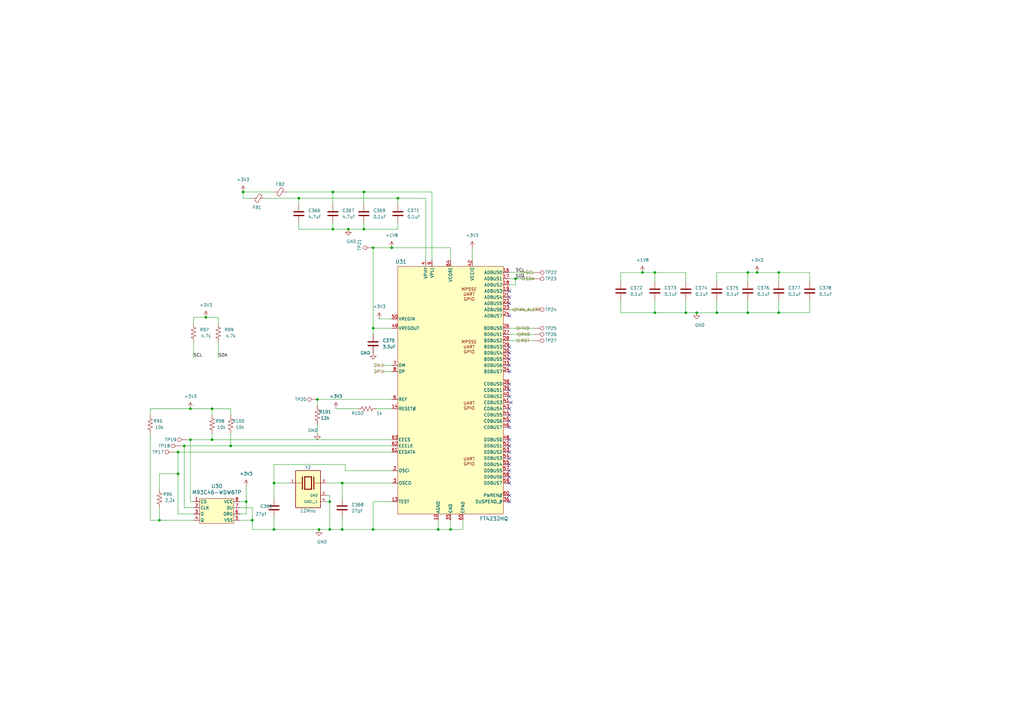
<source format=kicad_sch>
(kicad_sch (version 20250114) (generator "eeschema") (generator_version "9.0")
  (paper "A3")
  (lib_symbols
    (symbol "+3V3_1" (power) (pin_numbers (hide yes)) (pin_names (offset 0) (hide yes))
      (property "Value" "+3V3" (at 0 3.556 0))
      (symbol "+3V3_1_0_1"
        (polyline (pts (xy -0.762 1.27) (xy 0 2.54)))
        (polyline (pts (xy 0 2.54) (xy 0.762 1.27)))
        (polyline (pts (xy 0 0) (xy 0 2.54)))
      )
      (symbol "+3V3_1_1_1"
        (pin power_in line (at 0 0 90) (length 0) (name "~") (number "1"))
      )
    )
    (symbol "Connector:TestPoint" (pin_numbers (hide yes)) (pin_names (offset 0.762) (hide yes))
      (property "Reference" "TP" (at 0 6.858 0))
      (property "Value" "TestPoint" (at 0 5.08 0))
      (symbol "TestPoint_0_1"
        (circle (center 0 3.302) (radius 0.762))
      )
      (symbol "TestPoint_1_1"
        (pin passive line (at 0 0 90) (length 2.54) (name "1") (number "1"))
      )
    )
    (symbol "Device:C" (pin_numbers (hide yes)) (pin_names (offset 0.254))
      (property "Reference" "C" (at 0.635 2.54 0))
      (property "Value" "C" (at 0.635 -2.54 0))
      (symbol "C_0_1"
        (polyline (pts (xy -2.032 0.762) (xy 2.032 0.762)) (stroke (width 0.508)))
        (polyline (pts (xy -2.032 -0.762) (xy 2.032 -0.762)) (stroke (width 0.508)))
      )
      (symbol "C_1_1"
        (pin passive line (at 0 3.81 270) (length 2.794) (name "~") (number "1"))
        (pin passive line (at 0 -3.81 90) (length 2.794) (name "~") (number "2"))
      )
    )
    (symbol "Device:FerriteBead_Small" (pin_numbers (hide yes)) (pin_names (offset 0))
      (property "Reference" "FB" (at 1.905 1.27 0))
      (property "Value" "FerriteBead_Small" (at 1.905 -1.27 0))
      (symbol "FerriteBead_Small_0_1"
        (polyline (pts (xy -1.8288 0.2794) (xy -1.1176 1.4986) (xy 1.8288 -0.2032) (xy 1.1176 -1.4224) (xy -1.8288 0.2794)))
        (polyline (pts (xy 0 0.889) (xy 0 1.2954)))
        (polyline (pts (xy 0 -1.27) (xy 0 -0.7874)))
      )
      (symbol "FerriteBead_Small_1_1"
        (pin passive line (at 0 2.54 270) (length 1.27) (name "~") (number "1"))
        (pin passive line (at 0 -2.54 90) (length 1.27) (name "~") (number "2"))
      )
    )
    (symbol "Device:R_US" (pin_numbers (hide yes)) (pin_names (offset 0))
      (property "Reference" "R" (at 2.54 0 90))
      (property "Value" "R_US" (at -2.54 0 90))
      (symbol "R_US_0_1"
        (polyline (pts (xy 0 2.286) (xy 0 2.54)))
        (polyline (pts (xy 0 2.286) (xy 1.016 1.905) (xy 0 1.524) (xy -1.016 1.143) (xy 0 0.762)))
        (polyline (pts (xy 0 0.762) (xy 1.016 0.381) (xy 0 0) (xy -1.016 -0.381) (xy 0 -0.762)))
        (polyline (pts (xy 0 -0.762) (xy 1.016 -1.143) (xy 0 -1.524) (xy -1.016 -1.905) (xy 0 -2.286)))
        (polyline (pts (xy 0 -2.286) (xy 0 -2.54)))
      )
      (symbol "R_US_1_1"
        (pin passive line (at 0 3.81 270) (length 1.27) (name "~") (number "1"))
        (pin passive line (at 0 -3.81 90) (length 1.27) (name "~") (number "2"))
      )
    )
    (symbol "bitcrane:405C35B12M00000" (pin_names (offset 1.016))
      (property "Reference" "Y" (at -5.08 6.35 0))
      (property "Value" "405C35B12M00000" (at -5.1054 -12.7 0))
      (symbol "405C35B12M00000_0_0"
        (polyline (pts (xy -5.08 0) (xy -2.54 0)) (stroke (width 0.1524)))
        (rectangle (start -5.08 -10.16) (end 5.08 5.08) (stroke (width 0.254)) (fill (type background)))
        (polyline (pts (xy -2.3368 2.54) (xy -2.3368 -2.54)) (stroke (width 0.4064)))
        (polyline (pts (xy -1.397 2.54) (xy -1.397 -2.54)) (stroke (width 0.4064)))
        (polyline (pts (xy -1.397 2.54) (xy 1.397 2.54)) (stroke (width 0.4064)))
        (polyline (pts (xy 1.397 2.54) (xy 1.397 -2.54)) (stroke (width 0.4064)))
        (polyline (pts (xy 1.397 -2.54) (xy -1.397 -2.54)) (stroke (width 0.4064)))
        (polyline (pts (xy 2.3368 2.54) (xy 2.3368 -2.54)) (stroke (width 0.4064)))
        (polyline (pts (xy 2.54 0) (xy 5.08 0)) (stroke (width 0.1524)))
        (pin passive line (at -7.62 0 0) (length 2.54) (name "~") (number "1"))
        (pin passive line (at 7.62 0 180) (length 2.54) (name "~") (number "3"))
        (pin power_in line (at 7.62 -5.08 180) (length 2.54) (name "GND") (number "2"))
        (pin power_in line (at 7.62 -7.62 180) (length 2.54) (name "GND__1") (number "4"))
      )
    )
    (symbol "bitcrane:FT4232HQ-REEL" (pin_names (offset 0.254))
      (property "Reference" "U" (at 20.32 53.34 0))
      (property "Value" "FT4232HQ-REEL" (at 20.32 50.8 0))
      (symbol "FT4232HQ-REEL_0_1"
        (pin power_in line (at -24.13 27.94 0) (length 2.54) (name "VREGIN") (number "50"))
        (pin output line (at -24.13 24.13 0) (length 2.54) (name "VREGOUT") (number "49"))
        (pin bidirectional line (at -24.13 8.89 0) (length 2.54) (name "DM") (number "7"))
        (pin bidirectional line (at -24.13 6.35 0) (length 2.54) (name "DP") (number "8"))
        (pin input line (at -24.13 -5.08 0) (length 2.54) (name "REF") (number "6"))
        (pin input line (at -24.13 -8.89 0) (length 2.54) (name "RESET#") (number "14"))
        (pin bidirectional line (at -24.13 -21.59 0) (length 2.54) (name "EECS") (number "63"))
        (pin output line (at -24.13 -24.13 0) (length 2.54) (name "EECLK") (number "62"))
        (pin bidirectional line (at -24.13 -26.67 0) (length 2.54) (name "EEDATA") (number "61"))
        (pin input line (at -24.13 -34.29 0) (length 2.54) (name "OSCI") (number "2"))
        (pin output line (at -24.13 -39.37 0) (length 2.54) (name "OSCO") (number "3"))
        (pin input line (at -24.13 -46.99 0) (length 2.54) (name "TEST") (number "13"))
        (pin power_in line (at -10.16 52.07 270) (length 2.54) (name "VPHY") (number "4"))
        (pin power_in line (at -7.62 52.07 270) (length 2.54) (name "VPLL") (number "9"))
        (pin power_out line (at -5.08 -54.61 90) (length 2.54) (name "AGND") (number "10"))
        (pin power_in line (at 0 52.07 270) (length 2.54) (name "VCORE") (number "64"))
        (pin power_out line (at 0 -54.61 90) (length 2.54) (name "GND") (number "35"))
        (pin power_out line (at 5.08 -54.61 90) (length 2.54) (name "EPAD") (number "65"))
        (pin power_in line (at 8.89 52.07 270) (length 2.54) (name "VCCIO") (number "42"))
        (pin bidirectional line (at 24.13 46.99 180) (length 2.54) (name "ADBUS0") (number "16"))
        (pin bidirectional line (at 24.13 44.45 180) (length 2.54) (name "ADBUS1") (number "17"))
        (pin bidirectional line (at 24.13 41.91 180) (length 2.54) (name "ADBUS2") (number "18"))
        (pin bidirectional line (at 24.13 39.37 180) (length 2.54) (name "ADBUS3") (number "19"))
        (pin bidirectional line (at 24.13 36.83 180) (length 2.54) (name "ADBUS4") (number "21"))
        (pin bidirectional line (at 24.13 34.29 180) (length 2.54) (name "ADBUS5") (number "22"))
        (pin bidirectional line (at 24.13 31.75 180) (length 2.54) (name "ADBUS6") (number "23"))
        (pin bidirectional line (at 24.13 29.21 180) (length 2.54) (name "ADBUS7") (number "24"))
        (pin bidirectional line (at 24.13 24.13 180) (length 2.54) (name "BDBUS0") (number "26"))
        (pin bidirectional line (at 24.13 21.59 180) (length 2.54) (name "BDBUS1") (number "27"))
        (pin bidirectional line (at 24.13 19.05 180) (length 2.54) (name "BDBUS2") (number "28"))
        (pin bidirectional line (at 24.13 16.51 180) (length 2.54) (name "BDBUS3") (number "29"))
        (pin bidirectional line (at 24.13 13.97 180) (length 2.54) (name "BDBUS4") (number "30"))
        (pin bidirectional line (at 24.13 11.43 180) (length 2.54) (name "BDBUS5") (number "32"))
        (pin bidirectional line (at 24.13 8.89 180) (length 2.54) (name "BDBUS6") (number "33"))
        (pin bidirectional line (at 24.13 6.35 180) (length 2.54) (name "BDBUS7") (number "34"))
        (pin bidirectional line (at 24.13 1.27 180) (length 2.54) (name "CDBUS0") (number "38"))
        (pin bidirectional line (at 24.13 -1.27 180) (length 2.54) (name "CDBUS1") (number "39"))
        (pin bidirectional line (at 24.13 -3.81 180) (length 2.54) (name "CDBUS2") (number "40"))
        (pin bidirectional line (at 24.13 -6.35 180) (length 2.54) (name "CDBUS3") (number "41"))
        (pin bidirectional line (at 24.13 -8.89 180) (length 2.54) (name "CDBUS4") (number "43"))
        (pin bidirectional line (at 24.13 -11.43 180) (length 2.54) (name "CDBUS5") (number "44"))
        (pin bidirectional line (at 24.13 -13.97 180) (length 2.54) (name "CDBUS6") (number "45"))
        (pin bidirectional line (at 24.13 -16.51 180) (length 2.54) (name "CDBUS7") (number "46"))
        (pin bidirectional line (at 24.13 -21.59 180) (length 2.54) (name "DDBUS0") (number "48"))
        (pin bidirectional line (at 24.13 -24.13 180) (length 2.54) (name "DDBUS1") (number "52"))
        (pin bidirectional line (at 24.13 -26.67 180) (length 2.54) (name "DDBUS2") (number "53"))
        (pin bidirectional line (at 24.13 -29.21 180) (length 2.54) (name "DDBUS3") (number "54"))
        (pin bidirectional line (at 24.13 -31.75 180) (length 2.54) (name "DDBUS4") (number "55"))
        (pin bidirectional line (at 24.13 -34.29 180) (length 2.54) (name "DDBUS5") (number "57"))
        (pin bidirectional line (at 24.13 -36.83 180) (length 2.54) (name "DDBUS6") (number "58"))
        (pin bidirectional line (at 24.13 -39.37 180) (length 2.54) (name "DDBUS7") (number "59"))
        (pin output line (at 24.13 -44.45 180) (length 2.54) (name "PWREN#") (number "60"))
        (pin unspecified line (at 24.13 -46.99 180) (length 2.54) (name "SUSPEND_#") (number "36"))
      )
      (symbol "FT4232HQ-REEL_1_1"
        (rectangle (start -21.59 49.53) (end 21.59 -52.07) (fill (type background)))
        (text "MPSSE\nUART\nGPIO" (at 7.62 38.1 0) (effects (font (size 1.27 1.27))))
        (text "MPSSE\nUART\nGPIO" (at 7.62 16.51 0) (effects (font (size 1.27 1.27))))
        (text "UART\nGPIO" (at 7.62 -7.62 0) (effects (font (size 1.27 1.27))))
        (text "UART\nGPIO" (at 7.62 -30.48 0) (effects (font (size 1.27 1.27))))
        (pin power_in line (at 0 52.07 270) (length 2.54) (hide yes) (name "VCORE") (number "12"))
        (pin power_in line (at 0 52.07 270) (length 2.54) (hide yes) (name "VCORE") (number "37"))
        (pin power_out line (at 0 -54.61 90) (length 2.54) (hide yes) (name "GND") (number "1"))
        (pin power_out line (at 0 -54.61 90) (length 2.54) (hide yes) (name "GND") (number "11"))
        (pin power_out line (at 0 -54.61 90) (length 2.54) (hide yes) (name "GND") (number "15"))
        (pin power_out line (at 0 -54.61 90) (length 2.54) (hide yes) (name "GND") (number "25"))
        (pin power_out line (at 0 -54.61 90) (length 2.54) (hide yes) (name "GND") (number "47"))
        (pin power_out line (at 0 -54.61 90) (length 2.54) (hide yes) (name "GND") (number "5"))
        (pin power_out line (at 0 -54.61 90) (length 2.54) (hide yes) (name "GND") (number "51"))
        (pin power_in line (at 8.89 52.07 270) (length 2.54) (hide yes) (name "VCCIO") (number "20"))
        (pin power_in line (at 8.89 52.07 270) (length 2.54) (hide yes) (name "VCCIO") (number "31"))
        (pin power_in line (at 8.89 52.07 270) (length 2.54) (hide yes) (name "VCCIO") (number "56"))
      )
    )
    (symbol "bitcrane:M93C46-WDW6TP" (pin_names (offset 0.254))
      (property "Reference" "CR" (at 20.32 10.16 0))
      (property "Value" "M93C46-WDW6TP" (at 20.32 7.62 0))
      (symbol "M93C46-WDW6TP_1_1"
        (rectangle (start 7.62 1.27) (end 21.59 -8.89) (fill (type background)))
        (pin input line (at 5.08 0 0) (length 2.54) (name "CS") (number "1"))
        (pin input line (at 5.08 -2.54 0) (length 2.54) (name "CLK") (number "2"))
        (pin input line (at 5.08 -5.08 0) (length 2.54) (name "D") (number "3"))
        (pin output line (at 5.08 -7.62 0) (length 2.54) (name "Q") (number "4"))
        (pin power_in line (at 24.13 0 180) (length 2.54) (name "VCC") (number "8"))
        (pin unspecified line (at 24.13 -2.54 180) (length 2.54) (name "DU") (number "7"))
        (pin input line (at 24.13 -5.08 180) (length 2.54) (name "ORG") (number "6"))
        (pin power_in line (at 24.13 -7.62 180) (length 2.54) (name "VSS") (number "5"))
      )
    )
    (symbol "power:+1V8" (power) (pin_names (offset 0))
      (property "Value" "+1V8" (at 0 3.556 0))
      (symbol "+1V8_0_1"
        (polyline (pts (xy -0.762 1.27) (xy 0 2.54)))
        (polyline (pts (xy 0 2.54) (xy 0.762 1.27)))
        (polyline (pts (xy 0 0) (xy 0 2.54)))
      )
      (symbol "+1V8_1_1"
        (pin power_in line (at 0 0 90) (length 0) (hide yes) (name "+1V8") (number "1"))
      )
    )
    (symbol "power:GND" (power) (pin_names (offset 0))
      (property "Value" "GND" (at 0 -3.81 0))
      (symbol "GND_0_1"
        (polyline (pts (xy 0 0) (xy 0 -1.27) (xy 1.27 -1.27) (xy 0 -2.54) (xy -1.27 -1.27) (xy 0 -1.27)))
      )
      (symbol "GND_1_1"
        (pin power_in line (at 0 0 270) (length 0) (hide yes) (name "GND") (number "1"))
      )
    )
  )
  (junction (at 153.035 134.62))
  (junction (at 75.565 182.88))
  (junction (at 306.705 111.76))
  (junction (at 153.035 217.17))
  (junction (at 263.525 111.76))
  (junction (at 140.335 198.12))
  (junction (at 65.405 213.36))
  (junction (at 211.455 114.3))
  (junction (at 153.035 101.6))
  (junction (at 84.455 130.175))
  (junction (at 149.225 93.98))
  (junction (at 319.405 111.76))
  (junction (at 86.995 180.34))
  (junction (at 122.555 81.28))
  (junction (at 319.405 128.27))
  (junction (at 100.965 205.74))
  (junction (at 163.195 81.28))
  (junction (at 184.785 217.17))
  (junction (at 135.255 205.74))
  (junction (at 142.875 93.98))
  (junction (at 78.105 167.64))
  (junction (at 78.105 180.34))
  (junction (at 160.655 101.6))
  (junction (at 73.025 194.31))
  (junction (at 136.525 93.98))
  (junction (at 268.605 128.27))
  (junction (at 112.395 198.12))
  (junction (at 130.175 163.83))
  (junction (at 149.225 78.74))
  (junction (at 86.995 167.64))
  (junction (at 130.81 217.17))
  (junction (at 94.615 182.88))
  (junction (at 268.605 111.76))
  (junction (at 135.255 217.17))
  (junction (at 140.335 217.17))
  (junction (at 179.705 217.17))
  (junction (at 112.395 217.17))
  (junction (at 306.705 128.27))
  (junction (at 281.305 128.27))
  (junction (at 136.525 78.74))
  (junction (at 73.025 185.42))
  (junction (at 103.505 213.36))
  (junction (at 99.695 78.74))
  (junction (at 294.005 128.27))
  (junction (at 310.515 111.76))
  (junction (at 285.75 128.27))
  (no_connect (at 208.915 170.18))
  (no_connect (at 208.915 180.34))
  (no_connect (at 208.915 147.32))
  (no_connect (at 208.915 119.38))
  (no_connect (at 208.915 203.2))
  (no_connect (at 208.915 172.72))
  (no_connect (at 208.915 175.26))
  (no_connect (at 208.915 193.04))
  (no_connect (at 208.915 152.4))
  (no_connect (at 208.915 187.96))
  (no_connect (at 209.55 165.1))
  (no_connect (at 208.915 149.86))
  (no_connect (at 208.915 144.78))
  (no_connect (at 208.915 142.24))
  (no_connect (at 208.915 121.92))
  (no_connect (at 208.915 190.5))
  (no_connect (at 208.915 160.02))
  (no_connect (at 208.915 167.64))
  (no_connect (at 208.915 185.42))
  (no_connect (at 208.915 182.88))
  (no_connect (at 208.915 124.46))
  (no_connect (at 208.915 129.54))
  (no_connect (at 208.915 205.74))
  (no_connect (at 208.915 198.12))
  (no_connect (at 208.915 195.58))
  (no_connect (at 208.915 157.48))
  (no_connect (at 208.915 162.56))
  (wire (pts (xy 73.025 185.42) (xy 73.025 194.31)))
  (wire (pts (xy 103.505 217.17) (xy 112.395 217.17)))
  (wire (pts (xy 89.535 130.175) (xy 89.535 132.715)))
  (wire (pts (xy 99.695 78.74) (xy 99.695 81.28)))
  (wire (pts (xy 65.405 213.36) (xy 79.375 213.36)))
  (wire (pts (xy 98.425 210.82) (xy 100.965 210.82)))
  (wire (pts (xy 153.035 205.74) (xy 153.035 217.17)))
  (wire (pts (xy 75.565 208.28) (xy 79.375 208.28)))
  (wire (pts (xy 319.405 111.76) (xy 319.405 115.57)))
  (wire (pts (xy 153.035 101.6) (xy 153.035 134.62)))
  (wire (pts (xy 157.48 152.4) (xy 160.655 152.4)))
  (wire (pts (xy 149.225 93.98) (xy 149.225 91.44)))
  (wire (pts (xy 211.455 114.3) (xy 219.075 114.3)))
  (wire (pts (xy 141.605 190.5) (xy 112.395 190.5)))
  (wire (pts (xy 122.555 91.44) (xy 122.555 93.98)))
  (wire (pts (xy 112.395 212.09) (xy 112.395 217.17)))
  (wire (pts (xy 61.595 213.36) (xy 65.405 213.36)))
  (wire (pts (xy 294.005 115.57) (xy 294.005 111.76)))
  (wire (pts (xy 79.375 130.175) (xy 84.455 130.175)))
  (wire (pts (xy 154.305 167.64) (xy 160.655 167.64)))
  (wire (pts (xy 184.785 213.36) (xy 184.785 217.17)))
  (wire (pts (xy 140.335 198.12) (xy 160.655 198.12)))
  (wire (pts (xy 281.305 128.27) (xy 268.605 128.27)))
  (wire (pts (xy 208.915 137.16) (xy 219.075 137.16)))
  (wire (pts (xy 71.755 185.42) (xy 73.025 185.42)))
  (wire (pts (xy 133.985 203.2) (xy 135.255 203.2)))
  (wire (pts (xy 306.705 123.19) (xy 306.705 128.27)))
  (wire (pts (xy 177.165 78.74) (xy 177.165 106.68)))
  (wire (pts (xy 184.785 101.6) (xy 160.655 101.6)))
  (wire (pts (xy 306.705 111.76) (xy 310.515 111.76)))
  (wire (pts (xy 285.75 128.27) (xy 281.305 128.27)))
  (wire (pts (xy 160.655 180.34) (xy 86.995 180.34)))
  (wire (pts (xy 208.915 139.7) (xy 219.075 139.7)))
  (wire (pts (xy 98.425 213.36) (xy 103.505 213.36)))
  (wire (pts (xy 174.625 81.28) (xy 174.625 106.68)))
  (wire (pts (xy 94.615 182.88) (xy 75.565 182.88)))
  (wire (pts (xy 89.535 140.335) (xy 89.535 146.685)))
  (wire (pts (xy 332.105 123.19) (xy 332.105 128.27)))
  (wire (pts (xy 94.615 170.18) (xy 94.615 167.64)))
  (wire (pts (xy 160.655 182.88) (xy 94.615 182.88)))
  (wire (pts (xy 208.915 116.84) (xy 211.455 116.84)))
  (wire (pts (xy 306.705 111.76) (xy 306.705 115.57)))
  (wire (pts (xy 160.655 193.04) (xy 141.605 193.04)))
  (wire (pts (xy 155.575 130.81) (xy 160.655 130.81)))
  (wire (pts (xy 263.525 111.76) (xy 254.635 111.76)))
  (wire (pts (xy 135.255 203.2) (xy 135.255 205.74)))
  (wire (pts (xy 281.305 115.57) (xy 281.305 111.76)))
  (wire (pts (xy 99.695 81.28) (xy 103.505 81.28)))
  (wire (pts (xy 160.655 163.83) (xy 130.175 163.83)))
  (wire (pts (xy 319.405 111.76) (xy 332.105 111.76)))
  (wire (pts (xy 140.335 198.12) (xy 140.335 204.47)))
  (wire (pts (xy 112.395 190.5) (xy 112.395 198.12)))
  (wire (pts (xy 319.405 123.19) (xy 319.405 128.27)))
  (wire (pts (xy 86.995 180.34) (xy 78.105 180.34)))
  (wire (pts (xy 136.525 78.74) (xy 149.225 78.74)))
  (wire (pts (xy 153.035 217.17) (xy 140.335 217.17)))
  (wire (pts (xy 65.405 194.31) (xy 65.405 200.66)))
  (wire (pts (xy 74.295 182.88) (xy 75.565 182.88)))
  (wire (pts (xy 208.915 127) (xy 219.075 127)))
  (wire (pts (xy 108.585 81.28) (xy 122.555 81.28)))
  (wire (pts (xy 122.555 81.28) (xy 163.195 81.28)))
  (wire (pts (xy 281.305 123.19) (xy 281.305 128.27)))
  (wire (pts (xy 149.225 78.74) (xy 149.225 83.82)))
  (wire (pts (xy 332.105 111.76) (xy 332.105 115.57)))
  (wire (pts (xy 149.225 78.74) (xy 177.165 78.74)))
  (wire (pts (xy 98.425 205.74) (xy 100.965 205.74)))
  (wire (pts (xy 254.635 128.27) (xy 254.635 123.19)))
  (wire (pts (xy 130.81 217.17) (xy 135.255 217.17)))
  (wire (pts (xy 137.795 167.64) (xy 146.685 167.64)))
  (wire (pts (xy 136.525 93.98) (xy 142.875 93.98)))
  (wire (pts (xy 86.995 167.64) (xy 86.995 170.18)))
  (wire (pts (xy 142.875 93.98) (xy 149.225 93.98)))
  (wire (pts (xy 112.395 78.74) (xy 99.695 78.74)))
  (wire (pts (xy 184.785 106.68) (xy 184.785 101.6)))
  (wire (pts (xy 189.865 217.17) (xy 184.785 217.17)))
  (wire (pts (xy 130.175 163.83) (xy 130.175 166.37)))
  (wire (pts (xy 79.375 140.335) (xy 79.375 146.685)))
  (wire (pts (xy 189.865 213.36) (xy 189.865 217.17)))
  (wire (pts (xy 61.595 177.8) (xy 61.595 213.36)))
  (wire (pts (xy 163.195 93.98) (xy 149.225 93.98)))
  (wire (pts (xy 193.675 101.6) (xy 193.675 106.68)))
  (wire (pts (xy 319.405 128.27) (xy 306.705 128.27)))
  (wire (pts (xy 294.005 111.76) (xy 306.705 111.76)))
  (wire (pts (xy 78.105 180.34) (xy 76.835 180.34)))
  (wire (pts (xy 78.105 167.64) (xy 61.595 167.64)))
  (wire (pts (xy 133.985 198.12) (xy 140.335 198.12)))
  (wire (pts (xy 103.505 213.36) (xy 103.505 217.17)))
  (wire (pts (xy 281.305 111.76) (xy 268.605 111.76)))
  (wire (pts (xy 294.005 128.27) (xy 285.75 128.27)))
  (wire (pts (xy 163.195 91.44) (xy 163.195 93.98)))
  (wire (pts (xy 294.005 123.19) (xy 294.005 128.27)))
  (wire (pts (xy 153.035 134.62) (xy 153.035 137.16)))
  (wire (pts (xy 160.655 205.74) (xy 153.035 205.74)))
  (wire (pts (xy 163.195 81.28) (xy 163.195 83.82)))
  (wire (pts (xy 78.105 205.74) (xy 79.375 205.74)))
  (wire (pts (xy 135.255 205.74) (xy 135.255 217.17)))
  (wire (pts (xy 112.395 198.12) (xy 112.395 204.47)))
  (wire (pts (xy 163.195 81.28) (xy 174.625 81.28)))
  (wire (pts (xy 86.995 177.8) (xy 86.995 180.34)))
  (wire (pts (xy 94.615 167.64) (xy 86.995 167.64)))
  (wire (pts (xy 112.395 198.12) (xy 118.745 198.12)))
  (wire (pts (xy 332.105 128.27) (xy 319.405 128.27)))
  (wire (pts (xy 141.605 193.04) (xy 141.605 190.5)))
  (wire (pts (xy 160.655 101.6) (xy 153.035 101.6)))
  (wire (pts (xy 268.605 123.19) (xy 268.605 128.27)))
  (wire (pts (xy 122.555 81.28) (xy 122.555 83.82)))
  (wire (pts (xy 136.525 78.74) (xy 136.525 83.82)))
  (wire (pts (xy 133.985 205.74) (xy 135.255 205.74)))
  (wire (pts (xy 268.605 111.76) (xy 263.525 111.76)))
  (wire (pts (xy 254.635 111.76) (xy 254.635 115.57)))
  (wire (pts (xy 61.595 167.64) (xy 61.595 170.18)))
  (wire (pts (xy 122.555 93.98) (xy 136.525 93.98)))
  (wire (pts (xy 130.175 173.99) (xy 130.175 177.8)))
  (wire (pts (xy 136.525 91.44) (xy 136.525 93.98)))
  (wire (pts (xy 65.405 208.28) (xy 65.405 213.36)))
  (wire (pts (xy 98.425 208.28) (xy 103.505 208.28)))
  (wire (pts (xy 310.515 111.76) (xy 319.405 111.76)))
  (wire (pts (xy 112.395 217.17) (xy 130.81 217.17)))
  (wire (pts (xy 306.705 128.27) (xy 294.005 128.27)))
  (wire (pts (xy 94.615 177.8) (xy 94.615 182.88)))
  (wire (pts (xy 100.965 205.74) (xy 100.965 210.82)))
  (wire (pts (xy 84.455 130.175) (xy 89.535 130.175)))
  (wire (pts (xy 160.655 185.42) (xy 73.025 185.42)))
  (wire (pts (xy 75.565 182.88) (xy 75.565 208.28)))
  (wire (pts (xy 211.455 116.84) (xy 211.455 114.3)))
  (wire (pts (xy 103.505 208.28) (xy 103.505 213.36)))
  (wire (pts (xy 79.375 132.715) (xy 79.375 130.175)))
  (wire (pts (xy 179.705 213.36) (xy 179.705 217.17)))
  (wire (pts (xy 157.48 149.86) (xy 160.655 149.86)))
  (wire (pts (xy 160.655 134.62) (xy 153.035 134.62)))
  (wire (pts (xy 140.335 217.17) (xy 140.335 212.09)))
  (wire (pts (xy 268.605 128.27) (xy 254.635 128.27)))
  (wire (pts (xy 184.785 217.17) (xy 179.705 217.17)))
  (wire (pts (xy 208.915 134.62) (xy 219.075 134.62)))
  (wire (pts (xy 65.405 194.31) (xy 73.025 194.31)))
  (wire (pts (xy 73.025 210.82) (xy 79.375 210.82)))
  (wire (pts (xy 86.995 167.64) (xy 78.105 167.64)))
  (wire (pts (xy 78.105 180.34) (xy 78.105 205.74)))
  (wire (pts (xy 73.025 194.31) (xy 73.025 210.82)))
  (wire (pts (xy 268.605 111.76) (xy 268.605 115.57)))
  (wire (pts (xy 117.475 78.74) (xy 136.525 78.74)))
  (wire (pts (xy 208.915 114.3) (xy 211.455 114.3)))
  (wire (pts (xy 135.255 217.17) (xy 140.335 217.17)))
  (wire (pts (xy 100.965 199.39) (xy 100.965 205.74)))
  (wire (pts (xy 208.915 111.76) (xy 219.075 111.76)))
  (wire (pts (xy 179.705 217.17) (xy 153.035 217.17)))
  (label "SCL" (at 211.455 111.76 0))
  (label "SDA" (at 89.535 146.685 0))
  (label "SCL" (at 79.375 146.685 0))
  (label "SDA" (at 211.455 114.3 0))
  (hierarchical_label "DN" (shape bidirectional) (at 157.48 149.86 180))
  (hierarchical_label "FAN_ALERT" (shape input) (at 210.185 127 0))
  (hierarchical_label "RST" (shape output) (at 212.09 139.7 0))
  (hierarchical_label "SDA" (shape bidirectional) (at 213.995 114.3 0))
  (hierarchical_label "TXD" (shape output) (at 212.09 134.62 0))
  (hierarchical_label "RXD" (shape input) (at 212.09 137.16 0))
  (hierarchical_label "DP" (shape bidirectional) (at 157.48 152.4 180))
  (hierarchical_label "SCL" (shape output) (at 213.995 111.76 0))
  (symbol (lib_id "Device:R_US") (at 86.995 173.99 180) (unit 1)
    (property "Reference" "R98" (at 90.17 172.72 0))
    (property "Value" "10k" (at 90.805 175.26 0))
    (property "Footprint" "Resistor_SMD:R_0805_2012Metric" (effects (hide yes)))
    (property "DK" "RMCF0805FT10K0CT-ND" (effects (hide yes)))
    (property "PARTNO" "RMCF0805FT10K0" (effects (hide yes)))
    (property "LCSC" "C17414" (effects (hide yes)))
  )
  (symbol (lib_id "Device:C") (at 319.405 119.38 0) (unit 1)
    (property "Reference" "C377" (at 323.215 118.11 0) (effects (justify left)))
    (property "Value" "0.1uF" (at 323.215 120.65 0) (effects (justify left)))
    (property "Footprint" "Capacitor_SMD:C_0805_2012Metric" (effects (hide yes)))
    (property "DK" "1276-6840-1-ND" (effects (hide yes)))
    (property "PARTNO" "CL21B104KCFNNNE" (effects (hide yes)))
    (property "LCSC" "C28233" (effects (hide yes)))
  )
  (symbol (lib_id "Device:R_US") (at 89.535 136.525 180) (unit 1)
    (property "Reference" "R99" (at 93.98 135.255 0))
    (property "Value" "4.7k" (at 94.615 137.795 0))
    (property "Footprint" "Resistor_SMD:R_0805_2012Metric" (effects (hide yes)))
    (property "DK" "311-4.70KCRCT-ND" (effects (hide yes)))
    (property "PARTNO" "RC0805FR-074K7L" (effects (hide yes)))
    (property "LCSC" "C17673" (effects (hide yes)))
  )
  (symbol (lib_id "bitcrane:M93C46-WDW6TP") (at 74.295 205.74 0) (unit 1)
    (property "Reference" "U30" (at 88.9 199.39 0) (effects (font (size 1.524 1.524))))
    (property "Value" "M93C46-WDW6TP" (at 88.9 201.93 0) (effects (font (size 1.524 1.524))))
    (property "Footprint" "bitcrane:TSSOP-8_L4.4-W3.0-P0.65-LS6.4-BL" (effects (hide yes)))
    (property "Datasheet" "https://www.st.com/resource/en/datasheet/m93c46-w.pdf" (effects (hide yes)))
    (property "PARTNO" "M93C46-WDW6TP" (effects (hide yes)))
    (property "DK" "497-8655-1-ND" (effects (hide yes)))
    (property "LCSC" "C616741" (effects (hide yes)))
  )
  (symbol (lib_name "+3V3_1") (lib_id "power:+3V3") (at 310.515 111.76 0) (mirror y) (unit 1)
    (property "Reference" "#PWR0487" (effects (hide yes)))
    (property "Value" "+3V3" (at 310.515 106.68 0))
    (property "Description" "Power symbol creates a global label with name \"+3V3\"" (effects (hide yes)))
  )
  (symbol (lib_id "Device:R_US") (at 94.615 173.99 180) (unit 1)
    (property "Reference" "R100" (at 97.79 172.72 0))
    (property "Value" "10k" (at 98.425 175.26 0))
    (property "Footprint" "Resistor_SMD:R_0805_2012Metric" (effects (hide yes)))
    (property "DK" "RMCF0805FT10K0CT-ND" (effects (hide yes)))
    (property "PARTNO" "RMCF0805FT10K0" (effects (hide yes)))
    (property "LCSC" "C17414" (effects (hide yes)))
  )
  (symbol (lib_id "Connector:TestPoint") (at 74.295 182.88 90) (unit 1) (in_bom no)
    (property "Reference" "TP18" (at 69.85 182.88 90) (effects (justify left)))
    (property "Value" "TestPoint" (effects (hide yes)))
    (property "Footprint" "TestPoint:TestPoint_Pad_D1.5mm" (effects (hide yes)))
  )
  (symbol (lib_name "+3V3_1") (lib_id "power:+3V3") (at 100.965 199.39 0) (mirror y) (unit 1)
    (property "Reference" "#PWR0476" (effects (hide yes)))
    (property "Value" "+3V3" (at 100.965 194.31 0))
    (property "Description" "Power symbol creates a global label with name \"+3V3\"" (effects (hide yes)))
  )
  (symbol (lib_id "Device:C") (at 149.225 87.63 0) (unit 1)
    (property "Reference" "C369" (at 153.035 86.36 0) (effects (justify left)))
    (property "Value" "0.1uF" (at 153.035 88.9 0) (effects (justify left)))
    (property "Footprint" "Capacitor_SMD:C_0805_2012Metric" (effects (hide yes)))
    (property "DK" "1276-6840-1-ND" (effects (hide yes)))
    (property "PARTNO" "CL21B104KCFNNNE" (effects (hide yes)))
    (property "LCSC" "C28233" (effects (hide yes)))
  )
  (symbol (lib_id "Device:C") (at 281.305 119.38 0) (unit 1)
    (property "Reference" "C374" (at 285.115 118.11 0) (effects (justify left)))
    (property "Value" "0.1uF" (at 285.115 120.65 0) (effects (justify left)))
    (property "Footprint" "Capacitor_SMD:C_0805_2012Metric" (effects (hide yes)))
    (property "DK" "1276-6840-1-ND" (effects (hide yes)))
    (property "PARTNO" "CL21B104KCFNNNE" (effects (hide yes)))
    (property "LCSC" "C28233" (effects (hide yes)))
  )
  (symbol (lib_id "Device:R_US") (at 61.595 173.99 180) (unit 1)
    (property "Reference" "R95" (at 64.77 172.72 0))
    (property "Value" "10k" (at 65.405 175.26 0))
    (property "Footprint" "Resistor_SMD:R_0805_2012Metric" (effects (hide yes)))
    (property "DK" "RMCF0805FT10K0CT-ND" (effects (hide yes)))
    (property "PARTNO" "RMCF0805FT10K0" (effects (hide yes)))
    (property "LCSC" "C17414" (effects (hide yes)))
  )
  (symbol (lib_id "Connector:TestPoint") (at 153.035 101.6 90) (unit 1) (in_bom no)
    (property "Reference" "TP21" (at 147.447 102.87 0) (effects (justify left)))
    (property "Value" "TestPoint" (effects (hide yes)))
    (property "Footprint" "TestPoint:TestPoint_Pad_D1.5mm" (effects (hide yes)))
  )
  (symbol (lib_id "Device:R_US") (at 65.405 204.47 180) (unit 1)
    (property "Reference" "R96" (at 68.707 202.692 0))
    (property "Value" "2.2k" (at 69.723 205.232 0))
    (property "Footprint" "Resistor_SMD:R_0805_2012Metric" (effects (hide yes)))
    (property "DK" "RMCF0805FT2K20CT-ND" (effects (hide yes)))
    (property "PARTNO" "RMCF0805FT2K20" (effects (hide yes)))
    (property "LCSC" "C17520" (effects (hide yes)))
  )
  (symbol (lib_id "Device:FerriteBead_Small") (at 114.935 78.74 90) (unit 1)
    (property "Reference" "FB2" (at 114.935 75.565 90))
    (property "Value" "FerriteBead_Small" (effects (hide yes)))
    (property "Footprint" "Resistor_SMD:R_0603_1608Metric" (effects (hide yes)))
    (property "DK" "490-1014-1-ND" (effects (hide yes)))
    (property "PARTNO" "BLM18AG601SN1D" (effects (hide yes)))
    (property "LCSC" "C19330" (effects (hide yes)))
  )
  (symbol (lib_id "Connector:TestPoint") (at 71.755 185.42 90) (unit 1) (in_bom no)
    (property "Reference" "TP17" (at 67.31 185.42 90) (effects (justify left)))
    (property "Value" "TestPoint" (effects (hide yes)))
    (property "Footprint" "TestPoint:TestPoint_Pad_D1.5mm" (effects (hide yes)))
  )
  (symbol (lib_id "Connector:TestPoint") (at 219.075 139.7 270) (unit 1) (in_bom no)
    (property "Reference" "TP27" (at 223.52 139.7 90) (effects (justify left)))
    (property "Value" "TestPoint" (effects (hide yes)))
    (property "Footprint" "TestPoint:TestPoint_Pad_D1.5mm" (effects (hide yes)))
  )
  (symbol (lib_name "+3V3_1") (lib_id "power:+3V3") (at 84.455 130.175 0) (mirror y) (unit 1)
    (property "Reference" "#PWR0474" (effects (hide yes)))
    (property "Value" "+3V3" (at 84.455 125.095 0))
    (property "Description" "Power symbol creates a global label with name \"+3V3\"" (effects (hide yes)))
  )
  (symbol (lib_id "Device:R_US") (at 150.495 167.64 90) (unit 1)
    (property "Reference" "R102" (at 146.685 169.545 90))
    (property "Value" "1k" (at 155.575 169.545 90))
    (property "Footprint" "Resistor_SMD:R_0805_2012Metric" (effects (hide yes)))
    (property "DK" "RMCF0805FT1K00CT-ND" (effects (hide yes)))
    (property "PARTNO" "RMCF0805FT1K00" (effects (hide yes)))
    (property "LCSC" "C17513" (effects (hide yes)))
  )
  (symbol (lib_id "power:GND") (at 153.035 144.78 0) (unit 1)
    (property "Reference" "#PWR0481" (effects (hide yes)))
    (property "Value" "GND" (at 149.86 144.78 0))
  )
  (symbol (lib_id "Device:C") (at 153.035 140.97 0) (unit 1)
    (property "Reference" "C370" (at 156.845 139.7 0) (effects (justify left)))
    (property "Value" "3.3uF" (at 156.845 142.24 0) (effects (justify left)))
    (property "Footprint" "Capacitor_SMD:C_0805_2012Metric" (effects (hide yes)))
    (property "DK" "1276-2912-1-ND" (effects (hide yes)))
    (property "PARTNO" "CL21A335KPFNNNE" (effects (hide yes)))
    (property "LCSC" "C159781" (effects (hide yes)))
  )
  (symbol (lib_id "power:+1V8") (at 263.525 111.76 0) (unit 1)
    (property "Reference" "#PWR0485" (effects (hide yes)))
    (property "Value" "+1V8" (at 263.525 106.68 0))
  )
  (symbol (lib_id "Connector:TestPoint") (at 130.175 163.83 90) (unit 1) (in_bom no)
    (property "Reference" "TP20" (at 125.73 163.83 90) (effects (justify left)))
    (property "Value" "TestPoint" (effects (hide yes)))
    (property "Footprint" "TestPoint:TestPoint_Pad_D1.5mm" (effects (hide yes)))
  )
  (symbol (lib_id "Device:C") (at 268.605 119.38 0) (unit 1)
    (property "Reference" "C373" (at 272.415 118.11 0) (effects (justify left)))
    (property "Value" "0.1uF" (at 272.415 120.65 0) (effects (justify left)))
    (property "Footprint" "Capacitor_SMD:C_0805_2012Metric" (effects (hide yes)))
    (property "DK" "1276-6840-1-ND" (effects (hide yes)))
    (property "PARTNO" "CL21B104KCFNNNE" (effects (hide yes)))
    (property "LCSC" "C28233" (effects (hide yes)))
  )
  (symbol (lib_id "power:GND") (at 285.75 128.27 0) (unit 1)
    (property "Reference" "#PWR0486" (effects (hide yes)))
    (property "Value" "GND" (at 287.02 133.35 0))
  )
  (symbol (lib_id "Device:C") (at 254.635 119.38 0) (unit 1)
    (property "Reference" "C372" (at 258.445 118.11 0) (effects (justify left)))
    (property "Value" "0.1uF" (at 258.445 120.65 0) (effects (justify left)))
    (property "Footprint" "Capacitor_SMD:C_0805_2012Metric" (effects (hide yes)))
    (property "DK" "1276-6840-1-ND" (effects (hide yes)))
    (property "PARTNO" "CL21B104KCFNNNE" (effects (hide yes)))
    (property "LCSC" "C28233" (effects (hide yes)))
  )
  (symbol (lib_name "+3V3_1") (lib_id "power:+3V3") (at 155.575 130.81 0) (mirror y) (unit 1)
    (property "Reference" "#PWR0482" (effects (hide yes)))
    (property "Value" "+3V3" (at 155.575 125.73 0))
    (property "Description" "Power symbol creates a global label with name \"+3V3\"" (effects (hide yes)))
  )
  (symbol (lib_id "Device:C") (at 140.335 208.28 0) (unit 1)
    (property "Reference" "C368" (at 144.145 207.01 0) (effects (justify left)))
    (property "Value" "27pf" (at 144.145 209.55 0) (effects (justify left)))
    (property "Footprint" "Capacitor_SMD:C_0805_2012Metric" (effects (hide yes)))
    (property "PARTNO" "CC0805JRNPO9BN270" (effects (hide yes)))
    (property "LCSC" "C107113" (effects (hide yes)))
  )
  (symbol (lib_id "Device:FerriteBead_Small") (at 106.045 81.28 90) (unit 1)
    (property "Reference" "FB1" (at 105.41 85.09 90))
    (property "Value" "FerriteBead_Small" (effects (hide yes)))
    (property "Footprint" "Resistor_SMD:R_0603_1608Metric" (effects (hide yes)))
    (property "DK" "490-1014-1-ND" (effects (hide yes)))
    (property "PARTNO" "BLM18AG601SN1D" (effects (hide yes)))
    (property "LCSC" "C19330" (effects (hide yes)))
  )
  (symbol (lib_id "power:GND") (at 130.175 177.8 0) (unit 1)
    (property "Reference" "#PWR0477" (effects (hide yes)))
    (property "Value" "GND" (at 128.27 176.53 0))
  )
  (symbol (lib_name "+3V3_1") (lib_id "power:+3V3") (at 78.105 167.64 0) (mirror y) (unit 1)
    (property "Reference" "#PWR0473" (effects (hide yes)))
    (property "Value" "+3V3" (at 78.105 162.56 0))
    (property "Description" "Power symbol creates a global label with name \"+3V3\"" (effects (hide yes)))
  )
  (symbol (lib_id "Device:C") (at 112.395 208.28 0) (unit 1)
    (property "Reference" "C365" (at 106.68 207.645 0) (effects (justify left)))
    (property "Value" "27pf" (at 104.775 210.82 0) (effects (justify left)))
    (property "Footprint" "Capacitor_SMD:C_0805_2012Metric" (effects (hide yes)))
    (property "PARTNO" "CC0805JRNPO9BN270" (effects (hide yes)))
    (property "LCSC" "C107113" (effects (hide yes)))
  )
  (symbol (lib_id "Device:C") (at 306.705 119.38 0) (unit 1)
    (property "Reference" "C376" (at 310.515 118.11 0) (effects (justify left)))
    (property "Value" "0.1uF" (at 310.515 120.65 0) (effects (justify left)))
    (property "Footprint" "Capacitor_SMD:C_0805_2012Metric" (effects (hide yes)))
    (property "DK" "1276-6840-1-ND" (effects (hide yes)))
    (property "PARTNO" "CL21B104KCFNNNE" (effects (hide yes)))
    (property "LCSC" "C28233" (effects (hide yes)))
  )
  (symbol (lib_name "+3V3_1") (lib_id "power:+3V3") (at 137.795 167.64 0) (mirror y) (unit 1)
    (property "Reference" "#PWR0479" (effects (hide yes)))
    (property "Value" "+3V3" (at 137.795 162.56 0))
    (property "Description" "Power symbol creates a global label with name \"+3V3\"" (effects (hide yes)))
  )
  (symbol (lib_id "Device:C") (at 332.105 119.38 0) (unit 1)
    (property "Reference" "C378" (at 335.915 118.11 0) (effects (justify left)))
    (property "Value" "0.1uF" (at 335.915 120.65 0) (effects (justify left)))
    (property "Footprint" "Capacitor_SMD:C_0805_2012Metric" (effects (hide yes)))
    (property "DK" "1276-6840-1-ND" (effects (hide yes)))
    (property "PARTNO" "CL21B104KCFNNNE" (effects (hide yes)))
    (property "LCSC" "C28233" (effects (hide yes)))
  )
  (symbol (lib_id "Device:C") (at 294.005 119.38 0) (unit 1)
    (property "Reference" "C375" (at 297.815 118.11 0) (effects (justify left)))
    (property "Value" "0.1uF" (at 297.815 120.65 0) (effects (justify left)))
    (property "Footprint" "Capacitor_SMD:C_0805_2012Metric" (effects (hide yes)))
    (property "DK" "1276-6840-1-ND" (effects (hide yes)))
    (property "PARTNO" "CL21B104KCFNNNE" (effects (hide yes)))
    (property "LCSC" "C28233" (effects (hide yes)))
  )
  (symbol (lib_id "bitcrane:405C35B12M00000") (at 126.365 198.12 0) (unit 1)
    (property "Reference" "Y2" (at 126.365 191.77 0))
    (property "Value" "12MHz" (at 126.365 209.55 0))
    (property "Footprint" "Crystal:Crystal_SMD_3225-4Pin_3.2x2.5mm" (effects (hide yes)))
    (property "Datasheet" "https://www.lcsc.com/datasheet/lcsc_datasheet_2403291504_YXC-X322512MOB4SI_C70565.pdf" (effects (hide yes)))
    (property "LCSC" "C251626" (effects (hide yes)))
  )
  (symbol (lib_name "+3V3_1") (lib_id "power:+3V3") (at 99.695 78.74 0) (mirror y) (unit 1)
    (property "Reference" "#PWR0475" (effects (hide yes)))
    (property "Value" "+3V3" (at 99.695 73.66 0))
    (property "Description" "Power symbol creates a global label with name \"+3V3\"" (effects (hide yes)))
  )
  (symbol (lib_name "+3V3_1") (lib_id "power:+3V3") (at 193.675 101.6 0) (mirror y) (unit 1)
    (property "Reference" "#PWR0484" (effects (hide yes)))
    (property "Value" "+3V3" (at 193.675 96.52 0))
    (property "Description" "Power symbol creates a global label with name \"+3V3\"" (effects (hide yes)))
  )
  (symbol (lib_id "Connector:TestPoint") (at 219.075 134.62 270) (unit 1) (in_bom no)
    (property "Reference" "TP25" (at 223.52 134.62 90) (effects (justify left)))
    (property "Value" "TestPoint" (effects (hide yes)))
    (property "Footprint" "TestPoint:TestPoint_Pad_D1.5mm" (effects (hide yes)))
  )
  (symbol (lib_id "Connector:TestPoint") (at 219.075 127 270) (unit 1) (in_bom no)
    (property "Reference" "TP24" (at 223.52 127 90) (effects (justify left)))
    (property "Value" "TestPoint" (effects (hide yes)))
    (property "Footprint" "TestPoint:TestPoint_Pad_D1.5mm" (effects (hide yes)))
  )
  (symbol (lib_id "power:GND") (at 130.81 217.17 0) (unit 1)
    (property "Reference" "#PWR0478" (effects (hide yes)))
    (property "Value" "GND" (at 132.08 222.25 0))
  )
  (symbol (lib_id "Device:R_US") (at 130.175 170.18 180) (unit 1)
    (property "Reference" "R101" (at 133.35 168.91 0))
    (property "Value" "12k" (at 133.35 171.45 0))
    (property "Footprint" "Resistor_SMD:R_0805_2012Metric" (effects (hide yes)))
    (property "DK" "RMCF0805FT12K0CT-ND" (effects (hide yes)))
    (property "PARTNO" "RMCF0805FT12K0" (effects (hide yes)))
    (property "LCSC" "C17444" (effects (hide yes)))
  )
  (symbol (lib_id "Device:R_US") (at 79.375 136.525 180) (unit 1)
    (property "Reference" "R97" (at 83.82 135.255 0))
    (property "Value" "4.7k" (at 84.455 137.795 0))
    (property "Footprint" "Resistor_SMD:R_0805_2012Metric" (effects (hide yes)))
    (property "DK" "311-4.70KCRCT-ND" (effects (hide yes)))
    (property "PARTNO" "RC0805FR-074K7L" (effects (hide yes)))
    (property "LCSC" "C17673" (effects (hide yes)))
  )
  (symbol (lib_id "Connector:TestPoint") (at 219.075 111.76 270) (unit 1) (in_bom no)
    (property "Reference" "TP22" (at 223.52 111.76 90) (effects (justify left)))
    (property "Value" "TestPoint" (effects (hide yes)))
    (property "Footprint" "TestPoint:TestPoint_Pad_D1.5mm" (effects (hide yes)))
  )
  (symbol (lib_id "Device:C") (at 136.525 87.63 0) (unit 1)
    (property "Reference" "C367" (at 140.335 86.3599 0) (effects (justify left)))
    (property "Value" "4.7uF" (at 140.335 88.8999 0) (effects (justify left)))
    (property "Footprint" "Capacitor_SMD:C_0805_2012Metric" (effects (hide yes)))
    (property "PARTNO" "CL21A475KOFNNNE" (effects (hide yes)))
    (property "LCSC" "C1746" (effects (hide yes)))
  )
  (symbol (lib_id "Connector:TestPoint") (at 76.835 180.34 90) (unit 1) (in_bom no)
    (property "Reference" "TP19" (at 72.39 180.34 90) (effects (justify left)))
    (property "Value" "TestPoint" (effects (hide yes)))
    (property "Footprint" "TestPoint:TestPoint_Pad_D1.5mm" (effects (hide yes)))
  )
  (symbol (lib_id "Device:C") (at 122.555 87.63 0) (unit 1)
    (property "Reference" "C366" (at 126.365 86.3599 0) (effects (justify left)))
    (property "Value" "4.7uF" (at 126.365 88.8999 0) (effects (justify left)))
    (property "Footprint" "Capacitor_SMD:C_0805_2012Metric" (effects (hide yes)))
    (property "PARTNO" "CL21A475KOFNNNE" (effects (hide yes)))
    (property "LCSC" "C1746" (effects (hide yes)))
  )
  (symbol (lib_id "Connector:TestPoint") (at 219.075 114.3 270) (unit 1) (in_bom no)
    (property "Reference" "TP23" (at 223.52 114.3 90) (effects (justify left)))
    (property "Value" "TestPoint" (effects (hide yes)))
    (property "Footprint" "TestPoint:TestPoint_Pad_D1.5mm" (effects (hide yes)))
  )
  (symbol (lib_id "bitcrane:FT4232HQ-REEL") (at 184.785 158.75 0) (unit 1)
    (property "Reference" "U31" (at 164.465 107.315 0) (effects (font (size 1.524 1.524))))
    (property "Value" "FT4232HQ" (at 202.565 212.725 0) (effects (font (size 1.524 1.524))))
    (property "Footprint" "bitcrane:QFN50P900X900X105-65N" (effects (hide yes)))
    (property "Datasheet" "https://ftdichip.com/wp-content/uploads/2023/10/DS_FT4232H.pdf" (effects (hide yes)))
    (property "DK" "768-1027-1-ND" (effects (hide yes)))
    (property "PARTNO" "FT4232HQ-REEL" (effects (hide yes)))
    (property "LCSC" "C2651882" (effects (hide yes)))
  )
  (symbol (lib_id "Connector:TestPoint") (at 219.075 137.16 270) (unit 1) (in_bom no)
    (property "Reference" "TP26" (at 223.52 137.16 90) (effects (justify left)))
    (property "Value" "TestPoint" (effects (hide yes)))
    (property "Footprint" "TestPoint:TestPoint_Pad_D1.5mm" (effects (hide yes)))
  )
  (symbol (lib_id "Device:C") (at 163.195 87.63 0) (unit 1)
    (property "Reference" "C371" (at 167.005 86.36 0) (effects (justify left)))
    (property "Value" "0.1uF" (at 167.005 88.9 0) (effects (justify left)))
    (property "Footprint" "Capacitor_SMD:C_0805_2012Metric" (effects (hide yes)))
    (property "DK" "1276-6840-1-ND" (effects (hide yes)))
    (property "PARTNO" "CL21B104KCFNNNE" (effects (hide yes)))
    (property "LCSC" "C28233" (effects (hide yes)))
  )
  (symbol (lib_id "power:GND") (at 142.875 93.98 0) (unit 1)
    (property "Reference" "#PWR0480" (effects (hide yes)))
    (property "Value" "GND" (at 144.145 99.06 0))
  )
  (symbol (lib_id "power:+1V8") (at 160.655 101.6 0) (unit 1)
    (property "Reference" "#PWR0483" (effects (hide yes)))
    (property "Value" "+1V8" (at 160.655 96.52 0))
  )
)
</source>
